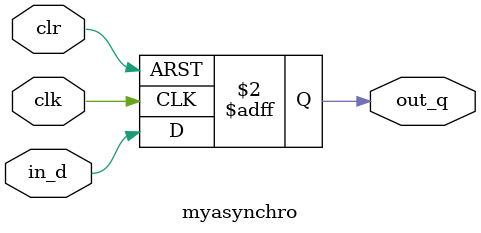
<source format=v>
module myasynchro(clk,in_d,out_q,clr);//异步清零，清零端高电平有效，时钟上升沿设置
	input clk;
	input in_d;
	input clr;
	output reg out_q;
	always@(posedge clk or posedge clr)
	begin
		if(clr)
			out_q <= 0;
		else
			out_q <= in_d;
	end
endmodule

</source>
